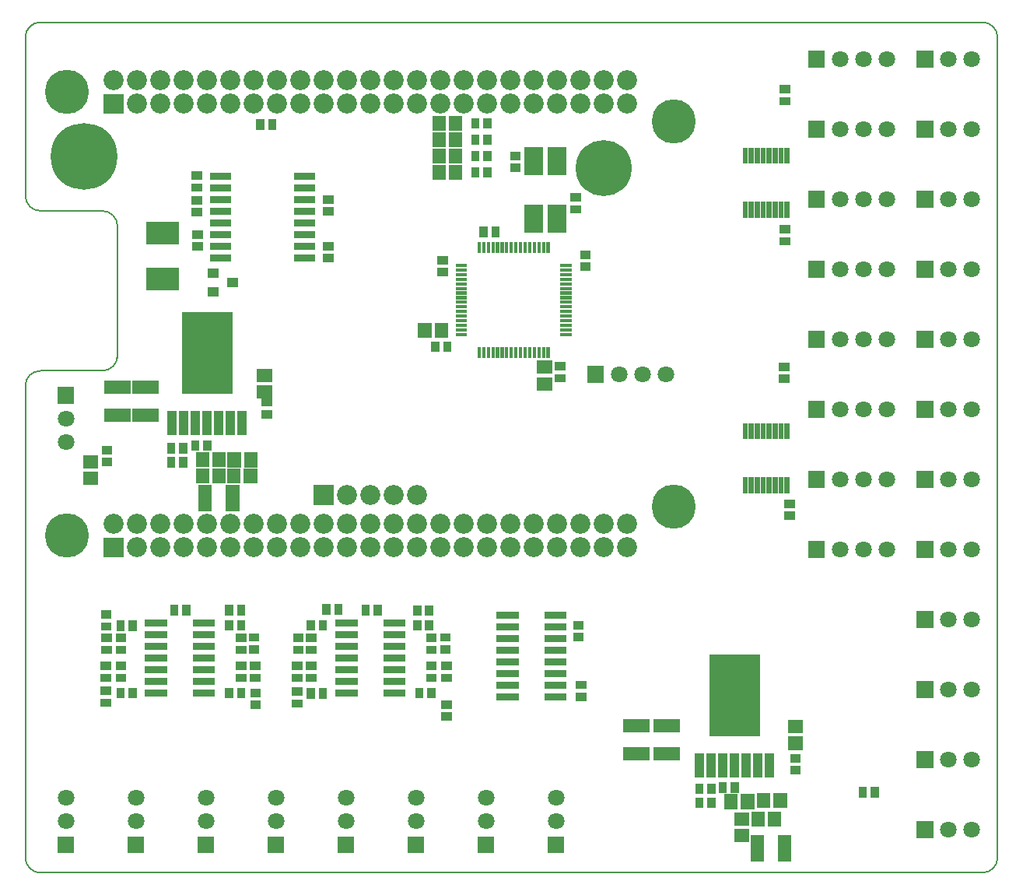
<source format=gbr>
G04 start of page 8 for group -4063 idx -4063 *
G04 Title: 971 BBB Cape, componentmask *
G04 Creator: pcb 20110918 *
G04 CreationDate: Mon Jan 20 21:04:42 2014 UTC *
G04 For: brians *
G04 Format: Gerber/RS-274X *
G04 PCB-Dimensions: 500000 400000 *
G04 PCB-Coordinate-Origin: lower left *
%MOIN*%
%FSLAX25Y25*%
%LNTOPMASK*%
%ADD299R,0.0808X0.0808*%
%ADD298R,0.0987X0.0987*%
%ADD297R,0.0140X0.0140*%
%ADD296R,0.0400X0.0400*%
%ADD295R,0.0230X0.0230*%
%ADD294R,0.0410X0.0410*%
%ADD293R,0.0355X0.0355*%
%ADD292R,0.0300X0.0300*%
%ADD291R,0.0572X0.0572*%
%ADD290R,0.2166X0.2166*%
%ADD289C,0.2860*%
%ADD288C,0.0860*%
%ADD287C,0.2400*%
%ADD286C,0.1890*%
%ADD285C,0.0001*%
%ADD284C,0.0710*%
%ADD283C,0.0250*%
%ADD282C,0.0080*%
G54D282*X68000Y42000D02*Y244000D01*
X74500Y250500D02*X101000D01*
X107500Y256000D02*Y312500D01*
X101000Y319000D02*X74500D01*
X68000Y325500D02*Y393300D01*
X484600D02*Y42000D01*
X479100Y35500D02*X73500D01*
G54D283*X189949Y136059D02*X189890Y136000D01*
G54D282*X74500Y399800D02*X478100D01*
X74500Y35500D02*G75*G02X68000Y42000I0J6500D01*G01*
Y244000D02*G75*G02X74500Y250500I6500J0D01*G01*
X107500Y257000D02*G75*G02X101000Y250500I-6500J0D01*G01*
Y319000D02*G75*G02X107500Y312500I0J-6500D01*G01*
X74500Y319000D02*G75*G02X68000Y325500I0J6500D01*G01*
X478100Y399800D02*G75*G02X484600Y393300I0J-6500D01*G01*
Y42000D02*G75*G02X478100Y35500I-6500J0D01*G01*
X68000Y393300D02*G75*G02X74500Y399800I6500J0D01*G01*
G54D284*X417000Y384000D03*
Y294000D03*
Y354000D03*
X427000Y384000D03*
Y294000D03*
Y354000D03*
G54D285*G36*
X403450Y357550D02*Y350450D01*
X410550D01*
Y357550D01*
X403450D01*
G37*
G54D286*X345799Y357329D03*
G54D287*X315799Y337329D03*
G54D286*X85799Y369829D03*
G54D288*X105799Y374829D03*
G54D285*G36*
X101499Y369129D02*Y360529D01*
X110099D01*
Y369129D01*
X101499D01*
G37*
G54D288*X115799Y374829D03*
Y364829D03*
X125799Y374829D03*
Y364829D03*
X135799Y374829D03*
Y364829D03*
G54D289*X93299Y342329D03*
G54D288*X145799Y374829D03*
Y364829D03*
X155799D03*
X165799D03*
X155799Y374829D03*
X165799D03*
X175799D03*
X185799D03*
X195799D03*
X205799D03*
X175799Y364829D03*
X185799D03*
X195799D03*
X205799D03*
X215799Y374829D03*
X225799D03*
X235799D03*
X215799Y364829D03*
X225799D03*
X235799D03*
X245799D03*
X255799D03*
X265799D03*
X245799Y374829D03*
X255799D03*
X265799D03*
X275799D03*
Y364829D03*
X285799Y374829D03*
X295799D03*
X305799D03*
X315799D03*
X325799D03*
X285799Y364829D03*
X295799D03*
X305799D03*
X315799D03*
X325799D03*
G54D285*G36*
X449950Y267550D02*Y260450D01*
X457050D01*
Y267550D01*
X449950D01*
G37*
G36*
Y207550D02*Y200450D01*
X457050D01*
Y207550D01*
X449950D01*
G37*
G36*
Y177550D02*Y170450D01*
X457050D01*
Y177550D01*
X449950D01*
G37*
G54D284*X463500Y264000D03*
Y204000D03*
Y174000D03*
Y144000D03*
Y114000D03*
Y84000D03*
X473500Y264000D03*
Y204000D03*
Y174000D03*
Y144000D03*
Y114000D03*
Y84000D03*
G54D285*G36*
X449950Y237550D02*Y230450D01*
X457050D01*
Y237550D01*
X449950D01*
G37*
G54D284*X463500Y234000D03*
X473500D03*
G54D285*G36*
X449950Y147550D02*Y140450D01*
X457050D01*
Y147550D01*
X449950D01*
G37*
G36*
Y117550D02*Y110450D01*
X457050D01*
Y117550D01*
X449950D01*
G37*
G36*
Y87550D02*Y80450D01*
X457050D01*
Y87550D01*
X449950D01*
G37*
G36*
Y57550D02*Y50450D01*
X457050D01*
Y57550D01*
X449950D01*
G37*
G54D284*X463500Y54000D03*
X473500D03*
G54D285*G36*
X449950Y327550D02*Y320450D01*
X457050D01*
Y327550D01*
X449950D01*
G37*
G54D284*X463500Y324000D03*
X473500D03*
G54D285*G36*
X449950Y297550D02*Y290450D01*
X457050D01*
Y297550D01*
X449950D01*
G37*
G54D284*X463500Y294000D03*
X473500D03*
X437000Y324000D03*
G54D285*G36*
X308891Y252550D02*Y245450D01*
X315991D01*
Y252550D01*
X308891D01*
G37*
G54D284*X322441Y249000D03*
X332441D03*
X342441D03*
G54D286*X345799Y192329D03*
G54D285*G36*
X449950Y387550D02*Y380450D01*
X457050D01*
Y387550D01*
X449950D01*
G37*
G54D284*X463500Y384000D03*
X473500D03*
G54D285*G36*
X403450Y387550D02*Y380450D01*
X410550D01*
Y387550D01*
X403450D01*
G37*
G36*
Y297550D02*Y290450D01*
X410550D01*
Y297550D01*
X403450D01*
G37*
G36*
Y327550D02*Y320450D01*
X410550D01*
Y327550D01*
X403450D01*
G37*
G54D284*X417000Y324000D03*
X427000D03*
G54D285*G36*
X449950Y357550D02*Y350450D01*
X457050D01*
Y357550D01*
X449950D01*
G37*
G54D284*X437000Y354000D03*
X463500D03*
X473500D03*
X437000Y384000D03*
Y174000D03*
Y204000D03*
Y234000D03*
Y264000D03*
Y294000D03*
G54D285*G36*
X403450Y177550D02*Y170450D01*
X410550D01*
Y177550D01*
X403450D01*
G37*
G36*
Y207550D02*Y200450D01*
X410550D01*
Y207550D01*
X403450D01*
G37*
G36*
Y237550D02*Y230450D01*
X410550D01*
Y237550D01*
X403450D01*
G37*
G36*
Y267550D02*Y260450D01*
X410550D01*
Y267550D01*
X403450D01*
G37*
G54D284*X417000Y174000D03*
Y204000D03*
Y234000D03*
Y264000D03*
X427000Y174000D03*
Y204000D03*
Y234000D03*
Y264000D03*
G54D285*G36*
X201891Y51050D02*Y43950D01*
X208991D01*
Y51050D01*
X201891D01*
G37*
G54D284*X205441Y57500D03*
Y67500D03*
G54D285*G36*
X231891Y51050D02*Y43950D01*
X238991D01*
Y51050D01*
X231891D01*
G37*
G54D284*X235441Y57500D03*
Y67500D03*
G54D285*G36*
X261891Y51050D02*Y43950D01*
X268991D01*
Y51050D01*
X261891D01*
G37*
G36*
X171891D02*Y43950D01*
X178991D01*
Y51050D01*
X171891D01*
G37*
G36*
X141891D02*Y43950D01*
X148991D01*
Y51050D01*
X141891D01*
G37*
G36*
X111891D02*Y43950D01*
X118991D01*
Y51050D01*
X111891D01*
G37*
G36*
X81891D02*Y43950D01*
X88991D01*
Y51050D01*
X81891D01*
G37*
G54D284*X265441Y57500D03*
X175441D03*
X145441D03*
X115441D03*
X85441D03*
X265441Y67500D03*
X175441D03*
G54D285*G36*
X291891Y51050D02*Y43950D01*
X298991D01*
Y51050D01*
X291891D01*
G37*
G54D284*X295441Y57500D03*
Y67500D03*
X145441D03*
X115441D03*
X85441D03*
G54D286*X85799Y179829D03*
G54D288*X105799Y184829D03*
G54D285*G36*
X101499Y179129D02*Y170529D01*
X110099D01*
Y179129D01*
X101499D01*
G37*
G54D288*X115799Y184829D03*
Y174829D03*
X125799Y184829D03*
Y174829D03*
G54D285*G36*
X81891Y243550D02*Y236450D01*
X88991D01*
Y243550D01*
X81891D01*
G37*
G54D284*X85441Y230000D03*
Y220000D03*
G54D288*X135799Y184829D03*
X145799D03*
X155799D03*
X135799Y174829D03*
X145799D03*
X155799D03*
X165799Y184829D03*
X175799D03*
X185799D03*
X195799D03*
X165799Y174829D03*
X175799D03*
X185799D03*
X195799D03*
G54D285*G36*
X191499Y201629D02*Y193029D01*
X200099D01*
Y201629D01*
X191499D01*
G37*
G54D288*X205799Y197329D03*
X215799D03*
X225799D03*
X235799D03*
X205799Y184829D03*
X215799D03*
X225799D03*
X205799Y174829D03*
X215799D03*
X225799D03*
X235799D03*
X245799D03*
X255799D03*
X235799Y184829D03*
X245799D03*
X255799D03*
X265799D03*
Y174829D03*
X275799Y184829D03*
X285799D03*
X295799D03*
X305799D03*
X315799D03*
X325799D03*
X275799Y174829D03*
X285799D03*
X295799D03*
X305799D03*
X315799D03*
X325799D03*
G54D290*X371941Y118193D02*Y104807D01*
G54D291*X397548Y98042D02*X398334D01*
G54D292*X271438Y125822D02*X277938D01*
X291938D02*X298438D01*
X291938Y130822D02*X298438D01*
X291938Y135822D02*X298438D01*
X291938Y140822D02*X298438D01*
X291938Y145822D02*X298438D01*
X271438Y120822D02*X277938D01*
X271438Y115822D02*X277938D01*
X271438Y110822D02*X277938D01*
X291938D02*X298438D01*
X291938Y115822D02*X298438D01*
X291938Y120822D02*X298438D01*
G54D293*X235941Y141992D02*Y141008D01*
X241059Y141992D02*Y141008D01*
X241073Y148246D02*Y147262D01*
X235955Y148246D02*Y147262D01*
X247516Y131149D02*X248500D01*
X247516Y136267D02*X248500D01*
X247949Y124059D02*X248933D01*
X247949Y118941D02*X248933D01*
X247949Y107559D02*X248933D01*
X247949Y102441D02*X248933D01*
X183949Y124059D02*X184933D01*
X183949Y118941D02*X184933D01*
X183949Y113059D02*X184933D01*
X183949Y107941D02*X184933D01*
X184491Y130953D02*X185475D01*
X184491Y136071D02*X185475D01*
X197000Y148838D02*Y147854D01*
X202118Y148838D02*Y147854D01*
X432000Y70492D02*Y69508D01*
X426882Y70492D02*Y69508D01*
G54D291*X340186Y98404D02*X345696D01*
X340186Y86594D02*X345696D01*
X327186D02*X332696D01*
X397548Y90956D02*X398334D01*
X327186Y98404D02*X332696D01*
G54D293*X372000Y72491D02*Y71507D01*
X366882Y72491D02*Y71507D01*
X356823Y71992D02*Y71008D01*
X361941Y71992D02*Y71008D01*
X356823Y65992D02*Y65008D01*
X361941Y65992D02*Y65008D01*
G54D291*X374548Y51413D02*X375334D01*
X381536Y48755D02*Y43245D01*
X393346Y48755D02*Y43245D01*
X374548Y58499D02*X375334D01*
X381898Y58893D02*Y58107D01*
X388984Y58893D02*Y58107D01*
G54D294*X356941Y84728D02*Y78429D01*
X361941Y84728D02*Y78429D01*
G54D291*X370398Y66393D02*Y65607D01*
X377484Y66393D02*Y65607D01*
X384398Y66893D02*Y66107D01*
X391484Y66893D02*Y66107D01*
G54D294*X366941Y84728D02*Y78429D01*
X371941Y84728D02*Y78429D01*
X376941Y84728D02*Y78429D01*
X381941Y84728D02*Y78429D01*
X386941Y84728D02*Y78429D01*
G54D293*X397449Y79381D02*X398433D01*
X397449Y84499D02*X398433D01*
X394949Y188441D02*X395933D01*
X394949Y193559D02*X395933D01*
G54D295*X394397Y203689D02*Y199083D01*
X376485Y203689D02*Y199083D01*
X379044Y203689D02*Y199083D01*
X381603Y203689D02*Y199083D01*
X384162Y203689D02*Y199083D01*
X386720Y203689D02*Y199083D01*
X389279Y203689D02*Y199083D01*
X391838Y203689D02*Y199083D01*
G54D293*X392643Y247056D02*X393627D01*
X392643Y252174D02*X393627D01*
G54D295*X394397Y226917D02*Y222311D01*
X391838Y226917D02*Y222311D01*
X389279Y226917D02*Y222311D01*
X386720Y226917D02*Y222311D01*
X384162Y226917D02*Y222311D01*
X381603Y226917D02*Y222311D01*
X379044Y226917D02*Y222311D01*
X376485Y226917D02*Y222311D01*
G54D293*X392949Y365941D02*X393933D01*
X392949Y371059D02*X393933D01*
G54D295*X394397Y344917D02*Y340311D01*
X391838Y344917D02*Y340311D01*
X389279Y344917D02*Y340311D01*
X386720Y344917D02*Y340311D01*
X389279Y321689D02*Y317083D01*
X391838Y321689D02*Y317083D01*
X394397Y321689D02*Y317083D01*
X384162Y344917D02*Y340311D01*
Y321689D02*Y317083D01*
X386720Y321689D02*Y317083D01*
X381603Y344917D02*Y340311D01*
Y321689D02*Y317083D01*
X379044Y344917D02*Y340311D01*
X376485Y344917D02*Y340311D01*
Y321689D02*Y317083D01*
X379044Y321689D02*Y317083D01*
G54D293*X392949Y306000D02*X393933D01*
X392949Y311118D02*X393933D01*
G54D291*X245312Y349893D02*Y349107D01*
Y342893D02*Y342107D01*
X245355Y356893D02*Y356107D01*
X252398Y349893D02*Y349107D01*
G54D293*X265957Y349992D02*Y349008D01*
X260839Y349992D02*Y349008D01*
G54D291*X245355Y335893D02*Y335107D01*
X252441Y335893D02*Y335107D01*
G54D293*X266000Y335992D02*Y335008D01*
X260882Y335992D02*Y335008D01*
X265957Y342992D02*Y342008D01*
X260839Y342992D02*Y342008D01*
G54D291*X252398Y342893D02*Y342107D01*
G54D293*X266000Y356992D02*Y356008D01*
X260882Y356992D02*Y356008D01*
G54D291*X252441Y356893D02*Y356107D01*
G54D293*X246335Y292732D02*X247319D01*
G54D296*X148299Y292229D02*X148899D01*
X148299Y284429D02*X148899D01*
X156499Y288329D02*X157099D01*
G54D292*X184799Y298829D02*X190799D01*
X184799Y303829D02*X190799D01*
G54D293*X197307Y303888D02*X198291D01*
G54D292*X184799Y308829D02*X190799D01*
X184799Y313829D02*X190799D01*
X184799Y318829D02*X190799D01*
G54D293*X197307Y318770D02*X198291D01*
X197307Y298770D02*X198291D01*
X168732Y356454D02*Y355470D01*
X173850Y356454D02*Y355470D01*
G54D292*X148799Y333829D02*X154799D01*
X148799Y328829D02*X154799D01*
X148799Y323829D02*X154799D01*
X184799D02*X190799D01*
X184799Y328829D02*X190799D01*
X184799Y333829D02*X190799D01*
G54D293*X197307Y323888D02*X198291D01*
G54D292*X148799Y318829D02*X154799D01*
X148799Y313829D02*X154799D01*
X148799Y308829D02*X154799D01*
X148799Y303829D02*X154799D01*
X148799Y298829D02*X154799D01*
G54D293*X140949Y334059D02*X141933D01*
X140949Y328941D02*X141933D01*
X140949Y323559D02*X141933D01*
X140949Y318441D02*X141933D01*
X141307Y303770D02*X142291D01*
X141307Y308888D02*X142291D01*
X246335Y297850D02*X247319D01*
G54D297*X253106Y295592D02*X256504D01*
G54D293*X269500Y310492D02*Y309508D01*
X264382Y310492D02*Y309508D01*
G54D297*X268381Y304963D02*Y301565D01*
X266413Y304963D02*Y301565D01*
X264444Y304963D02*Y301565D01*
X262476Y304963D02*Y301565D01*
X253106Y293624D02*X256504D01*
X253106Y291655D02*X256504D01*
X253106Y289687D02*X256504D01*
X253106Y287718D02*X256504D01*
X253106Y285750D02*X256504D01*
X253106Y283781D02*X256504D01*
G54D293*X296748Y247270D02*X297732D01*
G54D291*X290048Y244914D02*X290834D01*
G54D297*X292004Y260093D02*Y256695D01*
G54D291*X170048Y248543D02*X170834D01*
X170048Y241457D02*X170834D01*
G54D293*X170949Y231882D02*X171933D01*
X170949Y237000D02*X171933D01*
G54D297*X274288Y260093D02*Y256695D01*
X276256Y260093D02*Y256695D01*
X278225Y260093D02*Y256695D01*
X280193Y260093D02*Y256695D01*
X282162Y260093D02*Y256695D01*
X284130Y260093D02*Y256695D01*
X286099Y260093D02*Y256695D01*
X288067Y260093D02*Y256695D01*
X290036Y260093D02*Y256695D01*
G54D293*X243681Y261321D02*Y260337D01*
G54D291*X239154Y268222D02*Y267436D01*
X246240Y268222D02*Y267436D01*
G54D297*X253106Y270002D02*X256504D01*
X253106Y268033D02*X256504D01*
X253106Y266065D02*X256504D01*
G54D293*X248799Y261321D02*Y260337D01*
G54D297*X262477Y260093D02*Y256695D01*
X264445Y260093D02*Y256695D01*
X266414Y260093D02*Y256695D01*
X268382Y260093D02*Y256695D01*
X270351Y260093D02*Y256695D01*
X272319Y260093D02*Y256695D01*
G54D298*X124831Y309514D02*X128768D01*
X124831Y289829D02*X128768D01*
G54D291*X104816Y243370D02*X110326D01*
X104816Y231560D02*X110326D01*
X116816Y243370D02*X122326D01*
X116816Y231560D02*X122326D01*
G54D294*X130941Y231228D02*Y224929D01*
X135941Y231228D02*Y224929D01*
X140941Y231228D02*Y224929D01*
G54D290*X145941Y264693D02*Y251307D01*
G54D291*X95548Y204457D02*X96334D01*
X95548Y211543D02*X96334D01*
G54D293*X102449Y216559D02*X103433D01*
X102449Y211441D02*X103433D01*
G54D291*X150984Y212893D02*Y212107D01*
G54D294*X145941Y231228D02*Y224929D01*
G54D293*X146000Y218992D02*Y218008D01*
G54D291*X145036Y198755D02*Y193245D01*
G54D294*X150941Y231228D02*Y224929D01*
X155941Y231228D02*Y224929D01*
X160941Y231228D02*Y224929D01*
G54D293*X140882Y218992D02*Y218008D01*
X130453Y217862D02*Y216878D01*
X135571Y217862D02*Y216878D01*
X130453Y211862D02*Y210878D01*
X135571Y211862D02*Y210878D01*
G54D291*X143898Y205893D02*Y205107D01*
X150984Y205893D02*Y205107D01*
X143898Y212893D02*Y212107D01*
X156846Y198755D02*Y193245D01*
X157398Y205893D02*Y205107D01*
X164484Y205893D02*Y205107D01*
X157485Y212763D02*Y211977D01*
X164571Y212763D02*Y211977D01*
G54D293*X189949Y124059D02*X190933D01*
X189949Y118941D02*X190933D01*
X195475Y112832D02*Y111848D01*
X190357Y112832D02*Y111848D01*
X189949Y130941D02*X190933D01*
X189949Y136059D02*X190933D01*
G54D292*X202441Y142500D02*X208941D01*
X202441Y137500D02*X208941D01*
X202441Y132500D02*X208941D01*
G54D293*X195500Y141992D02*Y141008D01*
X190382Y141992D02*Y141008D01*
X113975Y141832D02*Y140848D01*
X108857Y141832D02*Y140848D01*
X102191Y140958D02*X103175D01*
X102191Y146076D02*X103175D01*
X108449Y130941D02*X109433D01*
X108449Y136059D02*X109433D01*
X102298Y131017D02*X103282D01*
X102298Y136135D02*X103282D01*
X155382Y112992D02*Y112008D01*
G54D292*X141166Y112340D02*X147666D01*
X141166Y117340D02*X147666D01*
G54D293*X166166Y112568D02*X167150D01*
X166166Y107450D02*X167150D01*
X160500Y112992D02*Y112008D01*
X159949Y130941D02*X160933D01*
X159949Y136059D02*X160933D01*
X159949Y124059D02*X160933D01*
X159949Y118941D02*X160933D01*
G54D292*X141166Y122340D02*X147666D01*
X141166Y127340D02*X147666D01*
X141166Y132340D02*X147666D01*
X141166Y137340D02*X147666D01*
X141166Y142340D02*X147666D01*
G54D293*X137000Y148492D02*Y147508D01*
X131882Y148492D02*Y147508D01*
X155382Y141992D02*Y141008D01*
X155416Y148497D02*Y147513D01*
X160500Y141992D02*Y141008D01*
X165483Y131219D02*X166467D01*
X165483Y136337D02*X166467D01*
X160534Y148497D02*Y147513D01*
X165949Y124059D02*X166933D01*
X165949Y118941D02*X166933D01*
G54D292*X120666Y142340D02*X127166D01*
X120666Y137340D02*X127166D01*
X120666Y132340D02*X127166D01*
X120666Y127340D02*X127166D01*
X120666Y122340D02*X127166D01*
X120666Y117340D02*X127166D01*
X120666Y112340D02*X127166D01*
G54D293*X114000Y112992D02*Y112008D01*
X108882Y112992D02*Y112008D01*
X101909Y113435D02*X102893D01*
X101909Y108317D02*X102893D01*
X108449Y124059D02*X109433D01*
X108449Y118941D02*X109433D01*
X101949Y124059D02*X102933D01*
X101949Y118941D02*X102933D01*
X241449Y130941D02*X242433D01*
X241449Y136059D02*X242433D01*
G54D292*X222941Y112500D02*X229441D01*
X222941Y117500D02*X229441D01*
X222941Y122500D02*X229441D01*
X222941Y127500D02*X229441D01*
X222941Y132500D02*X229441D01*
X222941Y137500D02*X229441D01*
X222941Y142500D02*X229441D01*
G54D293*X219000Y148492D02*Y147508D01*
X213882Y148492D02*Y147508D01*
G54D292*X202441Y127500D02*X208941D01*
X202441Y122500D02*X208941D01*
X202441Y117500D02*X208941D01*
X202441Y112500D02*X208941D01*
G54D293*X236882Y112992D02*Y112008D01*
X242000Y112992D02*Y112008D01*
X241449Y124059D02*X242433D01*
X241449Y118941D02*X242433D01*
X305696Y110822D02*X306680D01*
X305696Y115940D02*X306680D01*
X304472Y136450D02*X305456D01*
X304472Y141568D02*X305456D01*
G54D292*X271438Y145822D02*X277938D01*
X271438Y140822D02*X277938D01*
X271438Y135822D02*X277938D01*
X271438Y130822D02*X277938D01*
G54D299*X295941Y342350D02*Y338450D01*
X285941Y342350D02*Y338450D01*
G54D293*X277449Y342559D02*X278433D01*
X277449Y337441D02*X278433D01*
G54D299*X295941Y317550D02*Y313650D01*
G54D293*X303365Y324772D02*X304349D01*
X303365Y319654D02*X304349D01*
X307462Y295038D02*X308446D01*
X307462Y300156D02*X308446D01*
G54D297*X297976Y295593D02*X301374D01*
G54D299*X285941Y317550D02*Y313650D01*
G54D297*X292003Y304963D02*Y301565D01*
X290035Y304963D02*Y301565D01*
X288066Y304963D02*Y301565D01*
X286098Y304963D02*Y301565D01*
X284129Y304963D02*Y301565D01*
X282161Y304963D02*Y301565D01*
X297976Y293625D02*X301374D01*
X280192Y304963D02*Y301565D01*
X278224Y304963D02*Y301565D01*
X276255Y304963D02*Y301565D01*
X274287Y304963D02*Y301565D01*
X272318Y304963D02*Y301565D01*
X270350Y304963D02*Y301565D01*
X253106Y281813D02*X256504D01*
X253106Y279844D02*X256504D01*
X253106Y277876D02*X256504D01*
X253106Y275907D02*X256504D01*
X253106Y273939D02*X256504D01*
X253106Y271970D02*X256504D01*
G54D293*X296748Y252388D02*X297732D01*
G54D291*X290048Y252000D02*X290834D01*
G54D297*X297976Y266066D02*X301374D01*
X297976Y268034D02*X301374D01*
X297976Y270003D02*X301374D01*
X297976Y271971D02*X301374D01*
X297976Y273940D02*X301374D01*
X297976Y275908D02*X301374D01*
X297976Y277877D02*X301374D01*
X297976Y279845D02*X301374D01*
X297976Y281814D02*X301374D01*
X297976Y283782D02*X301374D01*
X297976Y285751D02*X301374D01*
X297976Y287719D02*X301374D01*
X297976Y289688D02*X301374D01*
X297976Y291656D02*X301374D01*
M02*

</source>
